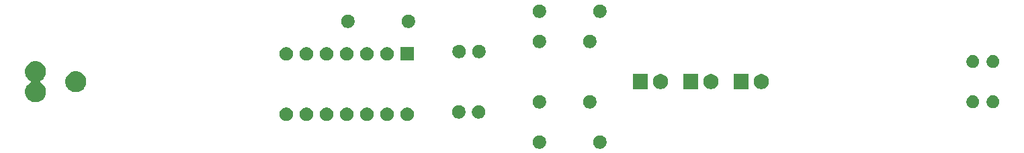
<source format=gbr>
%TF.GenerationSoftware,KiCad,Pcbnew,5.1.6-c6e7f7d~86~ubuntu18.04.1*%
%TF.CreationDate,2020-05-25T18:52:06+02:00*%
%TF.ProjectId,logical-probe-1,6c6f6769-6361-46c2-9d70-726f62652d31,1.0*%
%TF.SameCoordinates,PX3efb0c0PY9157080*%
%TF.FileFunction,Soldermask,Bot*%
%TF.FilePolarity,Negative*%
%FSLAX46Y46*%
G04 Gerber Fmt 4.6, Leading zero omitted, Abs format (unit mm)*
G04 Created by KiCad (PCBNEW 5.1.6-c6e7f7d~86~ubuntu18.04.1) date 2020-05-25 18:52:06*
%MOMM*%
%LPD*%
G01*
G04 APERTURE LIST*
%ADD10C,0.150000*%
G04 APERTURE END LIST*
D10*
G36*
X76448228Y5898297D02*
G01*
X76603100Y5834147D01*
X76742481Y5741015D01*
X76861015Y5622481D01*
X76954147Y5483100D01*
X77018297Y5328228D01*
X77051000Y5163816D01*
X77051000Y4996184D01*
X77018297Y4831772D01*
X76954147Y4676900D01*
X76861015Y4537519D01*
X76742481Y4418985D01*
X76603100Y4325853D01*
X76448228Y4261703D01*
X76283816Y4229000D01*
X76116184Y4229000D01*
X75951772Y4261703D01*
X75796900Y4325853D01*
X75657519Y4418985D01*
X75538985Y4537519D01*
X75445853Y4676900D01*
X75381703Y4831772D01*
X75349000Y4996184D01*
X75349000Y5163816D01*
X75381703Y5328228D01*
X75445853Y5483100D01*
X75538985Y5622481D01*
X75657519Y5741015D01*
X75796900Y5834147D01*
X75951772Y5898297D01*
X76116184Y5931000D01*
X76283816Y5931000D01*
X76448228Y5898297D01*
G37*
G36*
X68828228Y5898297D02*
G01*
X68983100Y5834147D01*
X69122481Y5741015D01*
X69241015Y5622481D01*
X69334147Y5483100D01*
X69398297Y5328228D01*
X69431000Y5163816D01*
X69431000Y4996184D01*
X69398297Y4831772D01*
X69334147Y4676900D01*
X69241015Y4537519D01*
X69122481Y4418985D01*
X68983100Y4325853D01*
X68828228Y4261703D01*
X68663816Y4229000D01*
X68496184Y4229000D01*
X68331772Y4261703D01*
X68176900Y4325853D01*
X68037519Y4418985D01*
X67918985Y4537519D01*
X67825853Y4676900D01*
X67761703Y4831772D01*
X67729000Y4996184D01*
X67729000Y5163816D01*
X67761703Y5328228D01*
X67825853Y5483100D01*
X67918985Y5622481D01*
X68037519Y5741015D01*
X68176900Y5834147D01*
X68331772Y5898297D01*
X68496184Y5931000D01*
X68663816Y5931000D01*
X68828228Y5898297D01*
G37*
G36*
X52173228Y9403297D02*
G01*
X52328100Y9339147D01*
X52467481Y9246015D01*
X52586015Y9127481D01*
X52679147Y8988100D01*
X52743297Y8833228D01*
X52776000Y8668816D01*
X52776000Y8501184D01*
X52743297Y8336772D01*
X52679147Y8181900D01*
X52586015Y8042519D01*
X52467481Y7923985D01*
X52328100Y7830853D01*
X52173228Y7766703D01*
X52008816Y7734000D01*
X51841184Y7734000D01*
X51676772Y7766703D01*
X51521900Y7830853D01*
X51382519Y7923985D01*
X51263985Y8042519D01*
X51170853Y8181900D01*
X51106703Y8336772D01*
X51074000Y8501184D01*
X51074000Y8668816D01*
X51106703Y8833228D01*
X51170853Y8988100D01*
X51263985Y9127481D01*
X51382519Y9246015D01*
X51521900Y9339147D01*
X51676772Y9403297D01*
X51841184Y9436000D01*
X52008816Y9436000D01*
X52173228Y9403297D01*
G37*
G36*
X49633228Y9403297D02*
G01*
X49788100Y9339147D01*
X49927481Y9246015D01*
X50046015Y9127481D01*
X50139147Y8988100D01*
X50203297Y8833228D01*
X50236000Y8668816D01*
X50236000Y8501184D01*
X50203297Y8336772D01*
X50139147Y8181900D01*
X50046015Y8042519D01*
X49927481Y7923985D01*
X49788100Y7830853D01*
X49633228Y7766703D01*
X49468816Y7734000D01*
X49301184Y7734000D01*
X49136772Y7766703D01*
X48981900Y7830853D01*
X48842519Y7923985D01*
X48723985Y8042519D01*
X48630853Y8181900D01*
X48566703Y8336772D01*
X48534000Y8501184D01*
X48534000Y8668816D01*
X48566703Y8833228D01*
X48630853Y8988100D01*
X48723985Y9127481D01*
X48842519Y9246015D01*
X48981900Y9339147D01*
X49136772Y9403297D01*
X49301184Y9436000D01*
X49468816Y9436000D01*
X49633228Y9403297D01*
G37*
G36*
X47093228Y9403297D02*
G01*
X47248100Y9339147D01*
X47387481Y9246015D01*
X47506015Y9127481D01*
X47599147Y8988100D01*
X47663297Y8833228D01*
X47696000Y8668816D01*
X47696000Y8501184D01*
X47663297Y8336772D01*
X47599147Y8181900D01*
X47506015Y8042519D01*
X47387481Y7923985D01*
X47248100Y7830853D01*
X47093228Y7766703D01*
X46928816Y7734000D01*
X46761184Y7734000D01*
X46596772Y7766703D01*
X46441900Y7830853D01*
X46302519Y7923985D01*
X46183985Y8042519D01*
X46090853Y8181900D01*
X46026703Y8336772D01*
X45994000Y8501184D01*
X45994000Y8668816D01*
X46026703Y8833228D01*
X46090853Y8988100D01*
X46183985Y9127481D01*
X46302519Y9246015D01*
X46441900Y9339147D01*
X46596772Y9403297D01*
X46761184Y9436000D01*
X46928816Y9436000D01*
X47093228Y9403297D01*
G37*
G36*
X42013228Y9403297D02*
G01*
X42168100Y9339147D01*
X42307481Y9246015D01*
X42426015Y9127481D01*
X42519147Y8988100D01*
X42583297Y8833228D01*
X42616000Y8668816D01*
X42616000Y8501184D01*
X42583297Y8336772D01*
X42519147Y8181900D01*
X42426015Y8042519D01*
X42307481Y7923985D01*
X42168100Y7830853D01*
X42013228Y7766703D01*
X41848816Y7734000D01*
X41681184Y7734000D01*
X41516772Y7766703D01*
X41361900Y7830853D01*
X41222519Y7923985D01*
X41103985Y8042519D01*
X41010853Y8181900D01*
X40946703Y8336772D01*
X40914000Y8501184D01*
X40914000Y8668816D01*
X40946703Y8833228D01*
X41010853Y8988100D01*
X41103985Y9127481D01*
X41222519Y9246015D01*
X41361900Y9339147D01*
X41516772Y9403297D01*
X41681184Y9436000D01*
X41848816Y9436000D01*
X42013228Y9403297D01*
G37*
G36*
X39473228Y9403297D02*
G01*
X39628100Y9339147D01*
X39767481Y9246015D01*
X39886015Y9127481D01*
X39979147Y8988100D01*
X40043297Y8833228D01*
X40076000Y8668816D01*
X40076000Y8501184D01*
X40043297Y8336772D01*
X39979147Y8181900D01*
X39886015Y8042519D01*
X39767481Y7923985D01*
X39628100Y7830853D01*
X39473228Y7766703D01*
X39308816Y7734000D01*
X39141184Y7734000D01*
X38976772Y7766703D01*
X38821900Y7830853D01*
X38682519Y7923985D01*
X38563985Y8042519D01*
X38470853Y8181900D01*
X38406703Y8336772D01*
X38374000Y8501184D01*
X38374000Y8668816D01*
X38406703Y8833228D01*
X38470853Y8988100D01*
X38563985Y9127481D01*
X38682519Y9246015D01*
X38821900Y9339147D01*
X38976772Y9403297D01*
X39141184Y9436000D01*
X39308816Y9436000D01*
X39473228Y9403297D01*
G37*
G36*
X36933228Y9403297D02*
G01*
X37088100Y9339147D01*
X37227481Y9246015D01*
X37346015Y9127481D01*
X37439147Y8988100D01*
X37503297Y8833228D01*
X37536000Y8668816D01*
X37536000Y8501184D01*
X37503297Y8336772D01*
X37439147Y8181900D01*
X37346015Y8042519D01*
X37227481Y7923985D01*
X37088100Y7830853D01*
X36933228Y7766703D01*
X36768816Y7734000D01*
X36601184Y7734000D01*
X36436772Y7766703D01*
X36281900Y7830853D01*
X36142519Y7923985D01*
X36023985Y8042519D01*
X35930853Y8181900D01*
X35866703Y8336772D01*
X35834000Y8501184D01*
X35834000Y8668816D01*
X35866703Y8833228D01*
X35930853Y8988100D01*
X36023985Y9127481D01*
X36142519Y9246015D01*
X36281900Y9339147D01*
X36436772Y9403297D01*
X36601184Y9436000D01*
X36768816Y9436000D01*
X36933228Y9403297D01*
G37*
G36*
X44553228Y9403297D02*
G01*
X44708100Y9339147D01*
X44847481Y9246015D01*
X44966015Y9127481D01*
X45059147Y8988100D01*
X45123297Y8833228D01*
X45156000Y8668816D01*
X45156000Y8501184D01*
X45123297Y8336772D01*
X45059147Y8181900D01*
X44966015Y8042519D01*
X44847481Y7923985D01*
X44708100Y7830853D01*
X44553228Y7766703D01*
X44388816Y7734000D01*
X44221184Y7734000D01*
X44056772Y7766703D01*
X43901900Y7830853D01*
X43762519Y7923985D01*
X43643985Y8042519D01*
X43550853Y8181900D01*
X43486703Y8336772D01*
X43454000Y8501184D01*
X43454000Y8668816D01*
X43486703Y8833228D01*
X43550853Y8988100D01*
X43643985Y9127481D01*
X43762519Y9246015D01*
X43901900Y9339147D01*
X44056772Y9403297D01*
X44221184Y9436000D01*
X44388816Y9436000D01*
X44553228Y9403297D01*
G37*
G36*
X61168228Y9708297D02*
G01*
X61323100Y9644147D01*
X61462481Y9551015D01*
X61581015Y9432481D01*
X61674147Y9293100D01*
X61738297Y9138228D01*
X61771000Y8973816D01*
X61771000Y8806184D01*
X61738297Y8641772D01*
X61674147Y8486900D01*
X61581015Y8347519D01*
X61462481Y8228985D01*
X61323100Y8135853D01*
X61168228Y8071703D01*
X61003816Y8039000D01*
X60836184Y8039000D01*
X60671772Y8071703D01*
X60516900Y8135853D01*
X60377519Y8228985D01*
X60258985Y8347519D01*
X60165853Y8486900D01*
X60101703Y8641772D01*
X60069000Y8806184D01*
X60069000Y8973816D01*
X60101703Y9138228D01*
X60165853Y9293100D01*
X60258985Y9432481D01*
X60377519Y9551015D01*
X60516900Y9644147D01*
X60671772Y9708297D01*
X60836184Y9741000D01*
X61003816Y9741000D01*
X61168228Y9708297D01*
G37*
G36*
X58668228Y9708297D02*
G01*
X58823100Y9644147D01*
X58962481Y9551015D01*
X59081015Y9432481D01*
X59174147Y9293100D01*
X59238297Y9138228D01*
X59271000Y8973816D01*
X59271000Y8806184D01*
X59238297Y8641772D01*
X59174147Y8486900D01*
X59081015Y8347519D01*
X58962481Y8228985D01*
X58823100Y8135853D01*
X58668228Y8071703D01*
X58503816Y8039000D01*
X58336184Y8039000D01*
X58171772Y8071703D01*
X58016900Y8135853D01*
X57877519Y8228985D01*
X57758985Y8347519D01*
X57665853Y8486900D01*
X57601703Y8641772D01*
X57569000Y8806184D01*
X57569000Y8973816D01*
X57601703Y9138228D01*
X57665853Y9293100D01*
X57758985Y9432481D01*
X57877519Y9551015D01*
X58016900Y9644147D01*
X58171772Y9708297D01*
X58336184Y9741000D01*
X58503816Y9741000D01*
X58668228Y9708297D01*
G37*
G36*
X68828228Y10978297D02*
G01*
X68983100Y10914147D01*
X69122481Y10821015D01*
X69241015Y10702481D01*
X69334147Y10563100D01*
X69398297Y10408228D01*
X69431000Y10243816D01*
X69431000Y10076184D01*
X69398297Y9911772D01*
X69334147Y9756900D01*
X69241015Y9617519D01*
X69122481Y9498985D01*
X68983100Y9405853D01*
X68828228Y9341703D01*
X68663816Y9309000D01*
X68496184Y9309000D01*
X68331772Y9341703D01*
X68176900Y9405853D01*
X68037519Y9498985D01*
X67918985Y9617519D01*
X67825853Y9756900D01*
X67761703Y9911772D01*
X67729000Y10076184D01*
X67729000Y10243816D01*
X67761703Y10408228D01*
X67825853Y10563100D01*
X67918985Y10702481D01*
X68037519Y10821015D01*
X68176900Y10914147D01*
X68331772Y10978297D01*
X68496184Y11011000D01*
X68663816Y11011000D01*
X68828228Y10978297D01*
G37*
G36*
X75178228Y10978297D02*
G01*
X75333100Y10914147D01*
X75472481Y10821015D01*
X75591015Y10702481D01*
X75684147Y10563100D01*
X75748297Y10408228D01*
X75781000Y10243816D01*
X75781000Y10076184D01*
X75748297Y9911772D01*
X75684147Y9756900D01*
X75591015Y9617519D01*
X75472481Y9498985D01*
X75333100Y9405853D01*
X75178228Y9341703D01*
X75013816Y9309000D01*
X74846184Y9309000D01*
X74681772Y9341703D01*
X74526900Y9405853D01*
X74387519Y9498985D01*
X74268985Y9617519D01*
X74175853Y9756900D01*
X74111703Y9911772D01*
X74079000Y10076184D01*
X74079000Y10243816D01*
X74111703Y10408228D01*
X74175853Y10563100D01*
X74268985Y10702481D01*
X74387519Y10821015D01*
X74526900Y10914147D01*
X74681772Y10978297D01*
X74846184Y11011000D01*
X75013816Y11011000D01*
X75178228Y10978297D01*
G37*
G36*
X125967142Y10941758D02*
G01*
X126115101Y10880471D01*
X126248255Y10791501D01*
X126361501Y10678255D01*
X126450471Y10545101D01*
X126511758Y10397142D01*
X126543000Y10240075D01*
X126543000Y10079925D01*
X126511758Y9922858D01*
X126450471Y9774899D01*
X126361501Y9641745D01*
X126248255Y9528499D01*
X126115101Y9439529D01*
X125967142Y9378242D01*
X125810075Y9347000D01*
X125649925Y9347000D01*
X125492858Y9378242D01*
X125344899Y9439529D01*
X125211745Y9528499D01*
X125098499Y9641745D01*
X125009529Y9774899D01*
X124948242Y9922858D01*
X124917000Y10079925D01*
X124917000Y10240075D01*
X124948242Y10397142D01*
X125009529Y10545101D01*
X125098499Y10678255D01*
X125211745Y10791501D01*
X125344899Y10880471D01*
X125492858Y10941758D01*
X125649925Y10973000D01*
X125810075Y10973000D01*
X125967142Y10941758D01*
G37*
G36*
X123427142Y10941758D02*
G01*
X123575101Y10880471D01*
X123708255Y10791501D01*
X123821501Y10678255D01*
X123910471Y10545101D01*
X123971758Y10397142D01*
X124003000Y10240075D01*
X124003000Y10079925D01*
X123971758Y9922858D01*
X123910471Y9774899D01*
X123821501Y9641745D01*
X123708255Y9528499D01*
X123575101Y9439529D01*
X123427142Y9378242D01*
X123270075Y9347000D01*
X123109925Y9347000D01*
X122952858Y9378242D01*
X122804899Y9439529D01*
X122671745Y9528499D01*
X122558499Y9641745D01*
X122469529Y9774899D01*
X122408242Y9922858D01*
X122377000Y10079925D01*
X122377000Y10240075D01*
X122408242Y10397142D01*
X122469529Y10545101D01*
X122558499Y10678255D01*
X122671745Y10791501D01*
X122804899Y10880471D01*
X122952858Y10941758D01*
X123109925Y10973000D01*
X123270075Y10973000D01*
X123427142Y10941758D01*
G37*
G36*
X5337715Y15265617D02*
G01*
X5465322Y15240235D01*
X5606148Y15181903D01*
X5705727Y15140656D01*
X5705728Y15140655D01*
X5922089Y14996088D01*
X6106088Y14812089D01*
X6166455Y14721743D01*
X6250656Y14595727D01*
X6282218Y14519529D01*
X6350235Y14355322D01*
X6401000Y14100107D01*
X6401000Y13839893D01*
X6350235Y13584678D01*
X6291903Y13443852D01*
X6250656Y13344273D01*
X6238264Y13325727D01*
X6106088Y13127911D01*
X5922089Y12943912D01*
X5785597Y12852711D01*
X5712595Y12803933D01*
X5693653Y12788388D01*
X5678108Y12769446D01*
X5666557Y12747835D01*
X5659444Y12724386D01*
X5657042Y12700000D01*
X5659444Y12675614D01*
X5666557Y12652165D01*
X5678108Y12630554D01*
X5693653Y12611612D01*
X5712595Y12596067D01*
X5751767Y12569893D01*
X5922089Y12456088D01*
X6106088Y12272089D01*
X6121159Y12249533D01*
X6250656Y12055727D01*
X6289764Y11961310D01*
X6350235Y11815322D01*
X6401000Y11560107D01*
X6401000Y11299893D01*
X6350235Y11044678D01*
X6307604Y10941758D01*
X6250656Y10804273D01*
X6202685Y10732479D01*
X6106088Y10587911D01*
X5922089Y10403912D01*
X5777521Y10307315D01*
X5705727Y10259344D01*
X5606148Y10218097D01*
X5465322Y10159765D01*
X5337715Y10134383D01*
X5210109Y10109000D01*
X4949891Y10109000D01*
X4822285Y10134383D01*
X4694678Y10159765D01*
X4553852Y10218097D01*
X4454273Y10259344D01*
X4382479Y10307315D01*
X4237911Y10403912D01*
X4053912Y10587911D01*
X3957315Y10732479D01*
X3909344Y10804273D01*
X3852396Y10941758D01*
X3809765Y11044678D01*
X3759000Y11299893D01*
X3759000Y11560107D01*
X3809765Y11815322D01*
X3870236Y11961310D01*
X3909344Y12055727D01*
X4038841Y12249533D01*
X4053912Y12272089D01*
X4237911Y12456088D01*
X4408233Y12569893D01*
X4447405Y12596067D01*
X4466347Y12611612D01*
X4481892Y12630554D01*
X4493443Y12652165D01*
X4500556Y12675614D01*
X4502958Y12700000D01*
X4500556Y12724386D01*
X4493443Y12747835D01*
X4481892Y12769446D01*
X4466347Y12788388D01*
X4447405Y12803933D01*
X4374403Y12852711D01*
X4237911Y12943912D01*
X4053912Y13127911D01*
X3921736Y13325727D01*
X3909344Y13344273D01*
X3868097Y13443852D01*
X3809765Y13584678D01*
X3759000Y13839893D01*
X3759000Y14100107D01*
X3809765Y14355322D01*
X3877782Y14519529D01*
X3909344Y14595727D01*
X3993545Y14721743D01*
X4053912Y14812089D01*
X4237911Y14996088D01*
X4454272Y15140655D01*
X4454273Y15140656D01*
X4553852Y15181903D01*
X4694678Y15240235D01*
X4822285Y15265617D01*
X4949891Y15291000D01*
X5210109Y15291000D01*
X5337715Y15265617D01*
G37*
G36*
X10417715Y13995617D02*
G01*
X10545322Y13970235D01*
X10686148Y13911903D01*
X10785727Y13870656D01*
X10785728Y13870655D01*
X11002089Y13726088D01*
X11186088Y13542089D01*
X11282685Y13397521D01*
X11330656Y13325727D01*
X11371903Y13226148D01*
X11430235Y13085322D01*
X11481000Y12830107D01*
X11481000Y12569893D01*
X11430235Y12314678D01*
X11371903Y12173852D01*
X11330656Y12074273D01*
X11318264Y12055727D01*
X11186088Y11857911D01*
X11002089Y11673912D01*
X10857521Y11577315D01*
X10785727Y11529344D01*
X10686148Y11488097D01*
X10545322Y11429765D01*
X10417714Y11404382D01*
X10290109Y11379000D01*
X10029891Y11379000D01*
X9902286Y11404382D01*
X9774678Y11429765D01*
X9633852Y11488097D01*
X9534273Y11529344D01*
X9462479Y11577315D01*
X9317911Y11673912D01*
X9133912Y11857911D01*
X9001736Y12055727D01*
X8989344Y12074273D01*
X8948097Y12173852D01*
X8889765Y12314678D01*
X8839000Y12569893D01*
X8839000Y12830107D01*
X8889765Y13085322D01*
X8948097Y13226148D01*
X8989344Y13325727D01*
X9037315Y13397521D01*
X9133912Y13542089D01*
X9317911Y13726088D01*
X9534272Y13870655D01*
X9534273Y13870656D01*
X9633852Y13911903D01*
X9774678Y13970235D01*
X9902285Y13995617D01*
X10029891Y14021000D01*
X10290109Y14021000D01*
X10417715Y13995617D01*
G37*
G36*
X84097395Y13614454D02*
G01*
X84270466Y13542766D01*
X84347818Y13491081D01*
X84426227Y13438690D01*
X84558690Y13306227D01*
X84558691Y13306225D01*
X84662766Y13150466D01*
X84734454Y12977395D01*
X84771000Y12793667D01*
X84771000Y12606333D01*
X84734454Y12422605D01*
X84662766Y12249534D01*
X84662765Y12249533D01*
X84558690Y12093773D01*
X84426227Y11961310D01*
X84347818Y11908919D01*
X84270466Y11857234D01*
X84097395Y11785546D01*
X83913667Y11749000D01*
X83726333Y11749000D01*
X83542605Y11785546D01*
X83369534Y11857234D01*
X83292182Y11908919D01*
X83213773Y11961310D01*
X83081310Y12093773D01*
X82977235Y12249533D01*
X82977234Y12249534D01*
X82905546Y12422605D01*
X82869000Y12606333D01*
X82869000Y12793667D01*
X82905546Y12977395D01*
X82977234Y13150466D01*
X83081309Y13306225D01*
X83081310Y13306227D01*
X83213773Y13438690D01*
X83292182Y13491081D01*
X83369534Y13542766D01*
X83542605Y13614454D01*
X83726333Y13651000D01*
X83913667Y13651000D01*
X84097395Y13614454D01*
G37*
G36*
X82231000Y11749000D02*
G01*
X80329000Y11749000D01*
X80329000Y13651000D01*
X82231000Y13651000D01*
X82231000Y11749000D01*
G37*
G36*
X90447395Y13614454D02*
G01*
X90620466Y13542766D01*
X90697818Y13491081D01*
X90776227Y13438690D01*
X90908690Y13306227D01*
X90908691Y13306225D01*
X91012766Y13150466D01*
X91084454Y12977395D01*
X91121000Y12793667D01*
X91121000Y12606333D01*
X91084454Y12422605D01*
X91012766Y12249534D01*
X91012765Y12249533D01*
X90908690Y12093773D01*
X90776227Y11961310D01*
X90697818Y11908919D01*
X90620466Y11857234D01*
X90447395Y11785546D01*
X90263667Y11749000D01*
X90076333Y11749000D01*
X89892605Y11785546D01*
X89719534Y11857234D01*
X89642182Y11908919D01*
X89563773Y11961310D01*
X89431310Y12093773D01*
X89327235Y12249533D01*
X89327234Y12249534D01*
X89255546Y12422605D01*
X89219000Y12606333D01*
X89219000Y12793667D01*
X89255546Y12977395D01*
X89327234Y13150466D01*
X89431309Y13306225D01*
X89431310Y13306227D01*
X89563773Y13438690D01*
X89642182Y13491081D01*
X89719534Y13542766D01*
X89892605Y13614454D01*
X90076333Y13651000D01*
X90263667Y13651000D01*
X90447395Y13614454D01*
G37*
G36*
X96797395Y13614454D02*
G01*
X96970466Y13542766D01*
X97047818Y13491081D01*
X97126227Y13438690D01*
X97258690Y13306227D01*
X97258691Y13306225D01*
X97362766Y13150466D01*
X97434454Y12977395D01*
X97471000Y12793667D01*
X97471000Y12606333D01*
X97434454Y12422605D01*
X97362766Y12249534D01*
X97362765Y12249533D01*
X97258690Y12093773D01*
X97126227Y11961310D01*
X97047818Y11908919D01*
X96970466Y11857234D01*
X96797395Y11785546D01*
X96613667Y11749000D01*
X96426333Y11749000D01*
X96242605Y11785546D01*
X96069534Y11857234D01*
X95992182Y11908919D01*
X95913773Y11961310D01*
X95781310Y12093773D01*
X95677235Y12249533D01*
X95677234Y12249534D01*
X95605546Y12422605D01*
X95569000Y12606333D01*
X95569000Y12793667D01*
X95605546Y12977395D01*
X95677234Y13150466D01*
X95781309Y13306225D01*
X95781310Y13306227D01*
X95913773Y13438690D01*
X95992182Y13491081D01*
X96069534Y13542766D01*
X96242605Y13614454D01*
X96426333Y13651000D01*
X96613667Y13651000D01*
X96797395Y13614454D01*
G37*
G36*
X94931000Y11749000D02*
G01*
X93029000Y11749000D01*
X93029000Y13651000D01*
X94931000Y13651000D01*
X94931000Y11749000D01*
G37*
G36*
X88581000Y11749000D02*
G01*
X86679000Y11749000D01*
X86679000Y13651000D01*
X88581000Y13651000D01*
X88581000Y11749000D01*
G37*
G36*
X125967142Y16021758D02*
G01*
X126115101Y15960471D01*
X126248255Y15871501D01*
X126361501Y15758255D01*
X126450471Y15625101D01*
X126511758Y15477142D01*
X126543000Y15320075D01*
X126543000Y15159925D01*
X126511758Y15002858D01*
X126450471Y14854899D01*
X126361501Y14721745D01*
X126248255Y14608499D01*
X126115101Y14519529D01*
X125967142Y14458242D01*
X125810075Y14427000D01*
X125649925Y14427000D01*
X125492858Y14458242D01*
X125344899Y14519529D01*
X125211745Y14608499D01*
X125098499Y14721745D01*
X125009529Y14854899D01*
X124948242Y15002858D01*
X124917000Y15159925D01*
X124917000Y15320075D01*
X124948242Y15477142D01*
X125009529Y15625101D01*
X125098499Y15758255D01*
X125211745Y15871501D01*
X125344899Y15960471D01*
X125492858Y16021758D01*
X125649925Y16053000D01*
X125810075Y16053000D01*
X125967142Y16021758D01*
G37*
G36*
X123427142Y16021758D02*
G01*
X123575101Y15960471D01*
X123708255Y15871501D01*
X123821501Y15758255D01*
X123910471Y15625101D01*
X123971758Y15477142D01*
X124003000Y15320075D01*
X124003000Y15159925D01*
X123971758Y15002858D01*
X123910471Y14854899D01*
X123821501Y14721745D01*
X123708255Y14608499D01*
X123575101Y14519529D01*
X123427142Y14458242D01*
X123270075Y14427000D01*
X123109925Y14427000D01*
X122952858Y14458242D01*
X122804899Y14519529D01*
X122671745Y14608499D01*
X122558499Y14721745D01*
X122469529Y14854899D01*
X122408242Y15002858D01*
X122377000Y15159925D01*
X122377000Y15320075D01*
X122408242Y15477142D01*
X122469529Y15625101D01*
X122558499Y15758255D01*
X122671745Y15871501D01*
X122804899Y15960471D01*
X122952858Y16021758D01*
X123109925Y16053000D01*
X123270075Y16053000D01*
X123427142Y16021758D01*
G37*
G36*
X44553228Y17023297D02*
G01*
X44708100Y16959147D01*
X44847481Y16866015D01*
X44966015Y16747481D01*
X45059147Y16608100D01*
X45123297Y16453228D01*
X45156000Y16288816D01*
X45156000Y16121184D01*
X45123297Y15956772D01*
X45059147Y15801900D01*
X44966015Y15662519D01*
X44847481Y15543985D01*
X44708100Y15450853D01*
X44553228Y15386703D01*
X44388816Y15354000D01*
X44221184Y15354000D01*
X44056772Y15386703D01*
X43901900Y15450853D01*
X43762519Y15543985D01*
X43643985Y15662519D01*
X43550853Y15801900D01*
X43486703Y15956772D01*
X43454000Y16121184D01*
X43454000Y16288816D01*
X43486703Y16453228D01*
X43550853Y16608100D01*
X43643985Y16747481D01*
X43762519Y16866015D01*
X43901900Y16959147D01*
X44056772Y17023297D01*
X44221184Y17056000D01*
X44388816Y17056000D01*
X44553228Y17023297D01*
G37*
G36*
X47093228Y17023297D02*
G01*
X47248100Y16959147D01*
X47387481Y16866015D01*
X47506015Y16747481D01*
X47599147Y16608100D01*
X47663297Y16453228D01*
X47696000Y16288816D01*
X47696000Y16121184D01*
X47663297Y15956772D01*
X47599147Y15801900D01*
X47506015Y15662519D01*
X47387481Y15543985D01*
X47248100Y15450853D01*
X47093228Y15386703D01*
X46928816Y15354000D01*
X46761184Y15354000D01*
X46596772Y15386703D01*
X46441900Y15450853D01*
X46302519Y15543985D01*
X46183985Y15662519D01*
X46090853Y15801900D01*
X46026703Y15956772D01*
X45994000Y16121184D01*
X45994000Y16288816D01*
X46026703Y16453228D01*
X46090853Y16608100D01*
X46183985Y16747481D01*
X46302519Y16866015D01*
X46441900Y16959147D01*
X46596772Y17023297D01*
X46761184Y17056000D01*
X46928816Y17056000D01*
X47093228Y17023297D01*
G37*
G36*
X42013228Y17023297D02*
G01*
X42168100Y16959147D01*
X42307481Y16866015D01*
X42426015Y16747481D01*
X42519147Y16608100D01*
X42583297Y16453228D01*
X42616000Y16288816D01*
X42616000Y16121184D01*
X42583297Y15956772D01*
X42519147Y15801900D01*
X42426015Y15662519D01*
X42307481Y15543985D01*
X42168100Y15450853D01*
X42013228Y15386703D01*
X41848816Y15354000D01*
X41681184Y15354000D01*
X41516772Y15386703D01*
X41361900Y15450853D01*
X41222519Y15543985D01*
X41103985Y15662519D01*
X41010853Y15801900D01*
X40946703Y15956772D01*
X40914000Y16121184D01*
X40914000Y16288816D01*
X40946703Y16453228D01*
X41010853Y16608100D01*
X41103985Y16747481D01*
X41222519Y16866015D01*
X41361900Y16959147D01*
X41516772Y17023297D01*
X41681184Y17056000D01*
X41848816Y17056000D01*
X42013228Y17023297D01*
G37*
G36*
X39473228Y17023297D02*
G01*
X39628100Y16959147D01*
X39767481Y16866015D01*
X39886015Y16747481D01*
X39979147Y16608100D01*
X40043297Y16453228D01*
X40076000Y16288816D01*
X40076000Y16121184D01*
X40043297Y15956772D01*
X39979147Y15801900D01*
X39886015Y15662519D01*
X39767481Y15543985D01*
X39628100Y15450853D01*
X39473228Y15386703D01*
X39308816Y15354000D01*
X39141184Y15354000D01*
X38976772Y15386703D01*
X38821900Y15450853D01*
X38682519Y15543985D01*
X38563985Y15662519D01*
X38470853Y15801900D01*
X38406703Y15956772D01*
X38374000Y16121184D01*
X38374000Y16288816D01*
X38406703Y16453228D01*
X38470853Y16608100D01*
X38563985Y16747481D01*
X38682519Y16866015D01*
X38821900Y16959147D01*
X38976772Y17023297D01*
X39141184Y17056000D01*
X39308816Y17056000D01*
X39473228Y17023297D01*
G37*
G36*
X36933228Y17023297D02*
G01*
X37088100Y16959147D01*
X37227481Y16866015D01*
X37346015Y16747481D01*
X37439147Y16608100D01*
X37503297Y16453228D01*
X37536000Y16288816D01*
X37536000Y16121184D01*
X37503297Y15956772D01*
X37439147Y15801900D01*
X37346015Y15662519D01*
X37227481Y15543985D01*
X37088100Y15450853D01*
X36933228Y15386703D01*
X36768816Y15354000D01*
X36601184Y15354000D01*
X36436772Y15386703D01*
X36281900Y15450853D01*
X36142519Y15543985D01*
X36023985Y15662519D01*
X35930853Y15801900D01*
X35866703Y15956772D01*
X35834000Y16121184D01*
X35834000Y16288816D01*
X35866703Y16453228D01*
X35930853Y16608100D01*
X36023985Y16747481D01*
X36142519Y16866015D01*
X36281900Y16959147D01*
X36436772Y17023297D01*
X36601184Y17056000D01*
X36768816Y17056000D01*
X36933228Y17023297D01*
G37*
G36*
X52776000Y15354000D02*
G01*
X51074000Y15354000D01*
X51074000Y17056000D01*
X52776000Y17056000D01*
X52776000Y15354000D01*
G37*
G36*
X49633228Y17023297D02*
G01*
X49788100Y16959147D01*
X49927481Y16866015D01*
X50046015Y16747481D01*
X50139147Y16608100D01*
X50203297Y16453228D01*
X50236000Y16288816D01*
X50236000Y16121184D01*
X50203297Y15956772D01*
X50139147Y15801900D01*
X50046015Y15662519D01*
X49927481Y15543985D01*
X49788100Y15450853D01*
X49633228Y15386703D01*
X49468816Y15354000D01*
X49301184Y15354000D01*
X49136772Y15386703D01*
X48981900Y15450853D01*
X48842519Y15543985D01*
X48723985Y15662519D01*
X48630853Y15801900D01*
X48566703Y15956772D01*
X48534000Y16121184D01*
X48534000Y16288816D01*
X48566703Y16453228D01*
X48630853Y16608100D01*
X48723985Y16747481D01*
X48842519Y16866015D01*
X48981900Y16959147D01*
X49136772Y17023297D01*
X49301184Y17056000D01*
X49468816Y17056000D01*
X49633228Y17023297D01*
G37*
G36*
X61208228Y17328297D02*
G01*
X61363100Y17264147D01*
X61502481Y17171015D01*
X61621015Y17052481D01*
X61714147Y16913100D01*
X61778297Y16758228D01*
X61811000Y16593816D01*
X61811000Y16426184D01*
X61778297Y16261772D01*
X61714147Y16106900D01*
X61621015Y15967519D01*
X61502481Y15848985D01*
X61363100Y15755853D01*
X61208228Y15691703D01*
X61043816Y15659000D01*
X60876184Y15659000D01*
X60711772Y15691703D01*
X60556900Y15755853D01*
X60417519Y15848985D01*
X60298985Y15967519D01*
X60205853Y16106900D01*
X60141703Y16261772D01*
X60109000Y16426184D01*
X60109000Y16593816D01*
X60141703Y16758228D01*
X60205853Y16913100D01*
X60298985Y17052481D01*
X60417519Y17171015D01*
X60556900Y17264147D01*
X60711772Y17328297D01*
X60876184Y17361000D01*
X61043816Y17361000D01*
X61208228Y17328297D01*
G37*
G36*
X58708228Y17328297D02*
G01*
X58863100Y17264147D01*
X59002481Y17171015D01*
X59121015Y17052481D01*
X59214147Y16913100D01*
X59278297Y16758228D01*
X59311000Y16593816D01*
X59311000Y16426184D01*
X59278297Y16261772D01*
X59214147Y16106900D01*
X59121015Y15967519D01*
X59002481Y15848985D01*
X58863100Y15755853D01*
X58708228Y15691703D01*
X58543816Y15659000D01*
X58376184Y15659000D01*
X58211772Y15691703D01*
X58056900Y15755853D01*
X57917519Y15848985D01*
X57798985Y15967519D01*
X57705853Y16106900D01*
X57641703Y16261772D01*
X57609000Y16426184D01*
X57609000Y16593816D01*
X57641703Y16758228D01*
X57705853Y16913100D01*
X57798985Y17052481D01*
X57917519Y17171015D01*
X58056900Y17264147D01*
X58211772Y17328297D01*
X58376184Y17361000D01*
X58543816Y17361000D01*
X58708228Y17328297D01*
G37*
G36*
X75178228Y18598297D02*
G01*
X75333100Y18534147D01*
X75472481Y18441015D01*
X75591015Y18322481D01*
X75684147Y18183100D01*
X75748297Y18028228D01*
X75781000Y17863816D01*
X75781000Y17696184D01*
X75748297Y17531772D01*
X75684147Y17376900D01*
X75591015Y17237519D01*
X75472481Y17118985D01*
X75333100Y17025853D01*
X75178228Y16961703D01*
X75013816Y16929000D01*
X74846184Y16929000D01*
X74681772Y16961703D01*
X74526900Y17025853D01*
X74387519Y17118985D01*
X74268985Y17237519D01*
X74175853Y17376900D01*
X74111703Y17531772D01*
X74079000Y17696184D01*
X74079000Y17863816D01*
X74111703Y18028228D01*
X74175853Y18183100D01*
X74268985Y18322481D01*
X74387519Y18441015D01*
X74526900Y18534147D01*
X74681772Y18598297D01*
X74846184Y18631000D01*
X75013816Y18631000D01*
X75178228Y18598297D01*
G37*
G36*
X68828228Y18598297D02*
G01*
X68983100Y18534147D01*
X69122481Y18441015D01*
X69241015Y18322481D01*
X69334147Y18183100D01*
X69398297Y18028228D01*
X69431000Y17863816D01*
X69431000Y17696184D01*
X69398297Y17531772D01*
X69334147Y17376900D01*
X69241015Y17237519D01*
X69122481Y17118985D01*
X68983100Y17025853D01*
X68828228Y16961703D01*
X68663816Y16929000D01*
X68496184Y16929000D01*
X68331772Y16961703D01*
X68176900Y17025853D01*
X68037519Y17118985D01*
X67918985Y17237519D01*
X67825853Y17376900D01*
X67761703Y17531772D01*
X67729000Y17696184D01*
X67729000Y17863816D01*
X67761703Y18028228D01*
X67825853Y18183100D01*
X67918985Y18322481D01*
X68037519Y18441015D01*
X68176900Y18534147D01*
X68331772Y18598297D01*
X68496184Y18631000D01*
X68663816Y18631000D01*
X68828228Y18598297D01*
G37*
G36*
X52318228Y21138297D02*
G01*
X52473100Y21074147D01*
X52612481Y20981015D01*
X52731015Y20862481D01*
X52824147Y20723100D01*
X52888297Y20568228D01*
X52921000Y20403816D01*
X52921000Y20236184D01*
X52888297Y20071772D01*
X52824147Y19916900D01*
X52731015Y19777519D01*
X52612481Y19658985D01*
X52473100Y19565853D01*
X52318228Y19501703D01*
X52153816Y19469000D01*
X51986184Y19469000D01*
X51821772Y19501703D01*
X51666900Y19565853D01*
X51527519Y19658985D01*
X51408985Y19777519D01*
X51315853Y19916900D01*
X51251703Y20071772D01*
X51219000Y20236184D01*
X51219000Y20403816D01*
X51251703Y20568228D01*
X51315853Y20723100D01*
X51408985Y20862481D01*
X51527519Y20981015D01*
X51666900Y21074147D01*
X51821772Y21138297D01*
X51986184Y21171000D01*
X52153816Y21171000D01*
X52318228Y21138297D01*
G37*
G36*
X44698228Y21138297D02*
G01*
X44853100Y21074147D01*
X44992481Y20981015D01*
X45111015Y20862481D01*
X45204147Y20723100D01*
X45268297Y20568228D01*
X45301000Y20403816D01*
X45301000Y20236184D01*
X45268297Y20071772D01*
X45204147Y19916900D01*
X45111015Y19777519D01*
X44992481Y19658985D01*
X44853100Y19565853D01*
X44698228Y19501703D01*
X44533816Y19469000D01*
X44366184Y19469000D01*
X44201772Y19501703D01*
X44046900Y19565853D01*
X43907519Y19658985D01*
X43788985Y19777519D01*
X43695853Y19916900D01*
X43631703Y20071772D01*
X43599000Y20236184D01*
X43599000Y20403816D01*
X43631703Y20568228D01*
X43695853Y20723100D01*
X43788985Y20862481D01*
X43907519Y20981015D01*
X44046900Y21074147D01*
X44201772Y21138297D01*
X44366184Y21171000D01*
X44533816Y21171000D01*
X44698228Y21138297D01*
G37*
G36*
X68828228Y22408297D02*
G01*
X68983100Y22344147D01*
X69122481Y22251015D01*
X69241015Y22132481D01*
X69334147Y21993100D01*
X69398297Y21838228D01*
X69431000Y21673816D01*
X69431000Y21506184D01*
X69398297Y21341772D01*
X69334147Y21186900D01*
X69241015Y21047519D01*
X69122481Y20928985D01*
X68983100Y20835853D01*
X68828228Y20771703D01*
X68663816Y20739000D01*
X68496184Y20739000D01*
X68331772Y20771703D01*
X68176900Y20835853D01*
X68037519Y20928985D01*
X67918985Y21047519D01*
X67825853Y21186900D01*
X67761703Y21341772D01*
X67729000Y21506184D01*
X67729000Y21673816D01*
X67761703Y21838228D01*
X67825853Y21993100D01*
X67918985Y22132481D01*
X68037519Y22251015D01*
X68176900Y22344147D01*
X68331772Y22408297D01*
X68496184Y22441000D01*
X68663816Y22441000D01*
X68828228Y22408297D01*
G37*
G36*
X76448228Y22408297D02*
G01*
X76603100Y22344147D01*
X76742481Y22251015D01*
X76861015Y22132481D01*
X76954147Y21993100D01*
X77018297Y21838228D01*
X77051000Y21673816D01*
X77051000Y21506184D01*
X77018297Y21341772D01*
X76954147Y21186900D01*
X76861015Y21047519D01*
X76742481Y20928985D01*
X76603100Y20835853D01*
X76448228Y20771703D01*
X76283816Y20739000D01*
X76116184Y20739000D01*
X75951772Y20771703D01*
X75796900Y20835853D01*
X75657519Y20928985D01*
X75538985Y21047519D01*
X75445853Y21186900D01*
X75381703Y21341772D01*
X75349000Y21506184D01*
X75349000Y21673816D01*
X75381703Y21838228D01*
X75445853Y21993100D01*
X75538985Y22132481D01*
X75657519Y22251015D01*
X75796900Y22344147D01*
X75951772Y22408297D01*
X76116184Y22441000D01*
X76283816Y22441000D01*
X76448228Y22408297D01*
G37*
M02*

</source>
